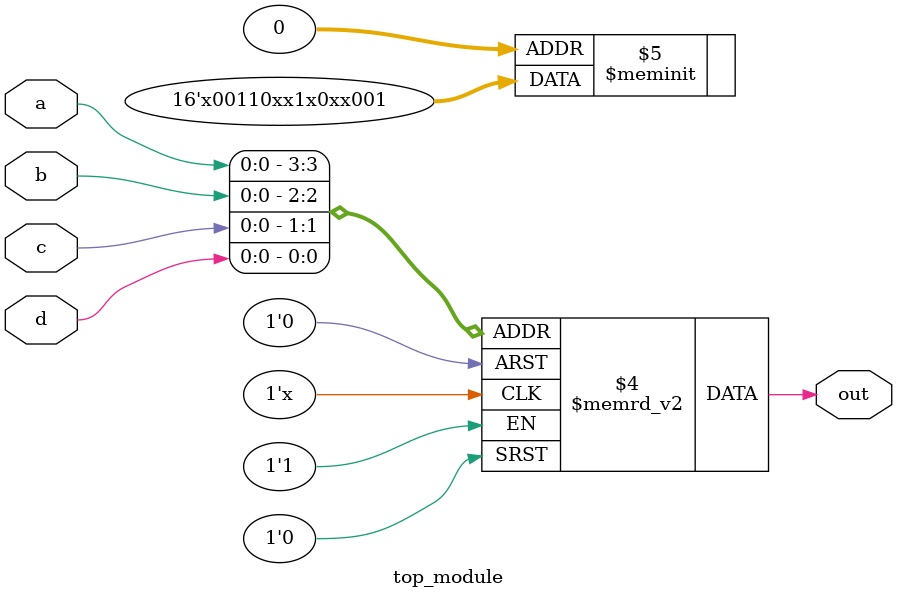
<source format=sv>
module top_module (
    input a, 
    input b,
    input c,
    input d,
    output reg out
);

always @(*) begin
    case ({a, b, c, d})
        4'b0000, 4'b0111, 4'b1011, 4'b1100: out = 1'b1;
        4'b0001, 4'b0010, 4'b0101, 4'b1010, 4'b1101, 4'b1110: out = 1'b0;
        default: out = 1'bx;
    endcase
end

endmodule

</source>
